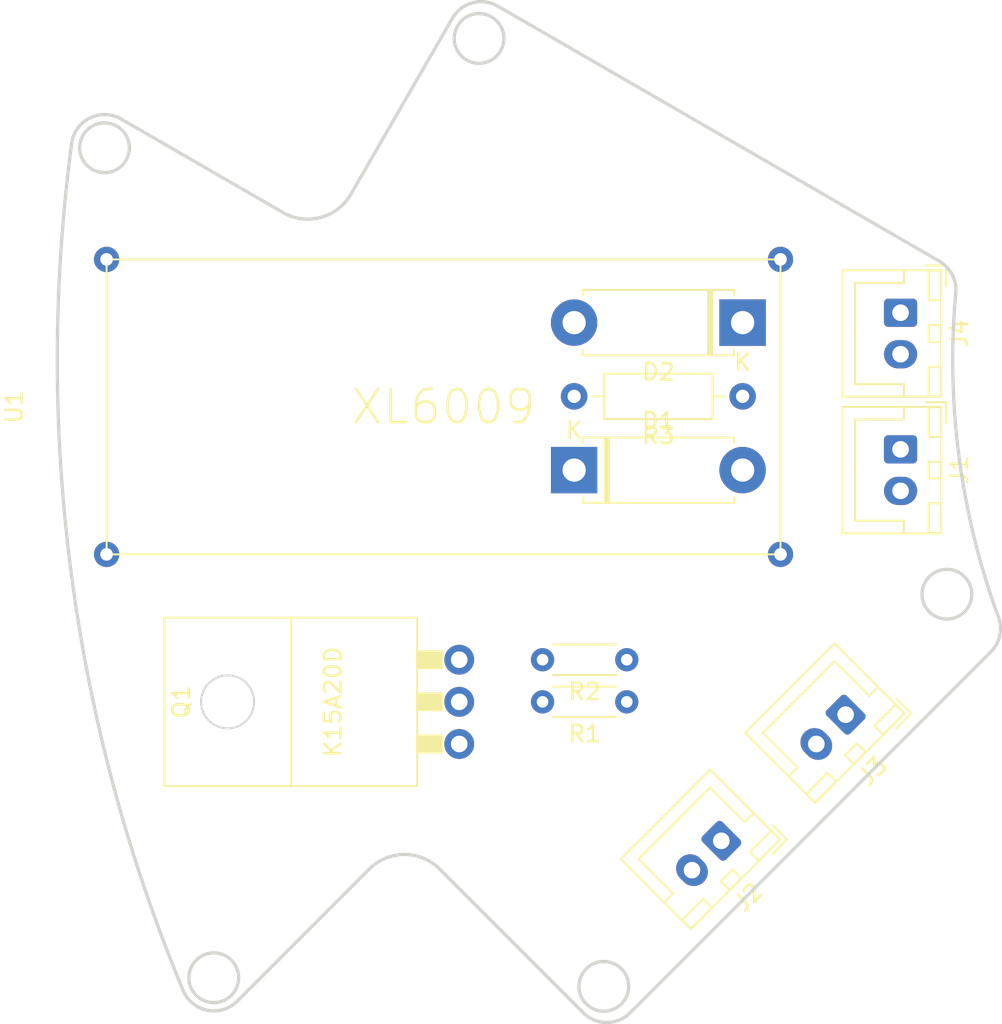
<source format=kicad_pcb>
(kicad_pcb (version 20221018) (generator pcbnew)
  (layers (0 "F.Cu" signal) (31 "B.Cu" signal) (34 "B.Paste" user) (35 "F.Paste" user) (36 "B.SilkS" user "B.Silkscreen") (37 "F.SilkS" user "F.Silkscreen") (38 "B.Mask" user) (39 "F.Mask" user) (44 "Edge.Cuts" user))
  (net 0 "")
  (net 1 "Net-(D1-K)")
  (net 2 "+12V")
  (net 3 "Net-(D2-K)")
  (net 4 "Net-(D2-A)")
  (net 5 "GND")
  (net 6 "/FET1")
  (net 7 "/FET2")
  (net 8 "Net-(J3-Pin_1)")
  (net 9 "Net-(Q1-G)")
  (footprint "Resistor_THT:R_Axial_DIN0204_L3.6mm_D1.6mm_P5.08mm_Horizontal" (layer "F.Cu") (at 148.59 104.775 180)
    (fp_text reference "R1" (at 2.54 -1.92) (layer "F.SilkS"))
    (fp_text value "R")
    (fp_line (start 0.62 -0.92) (end 4.46 -0.92) (stroke (width 0.12)) (layer "F.SilkS"))
    (fp_line (start 0.62 0.92) (end 4.46 0.92) (stroke (width 0.12)) (layer "F.SilkS"))
    (pad "1" thru_hole circle (at 0 0 180) (size 1.4 1.4) (drill 0.7) (layers "*.Cu" "*.Mask") (net 6 "/FET1"))
    (pad "2" thru_hole oval (at 5.08 0 180) (size 1.4 1.4) (drill 0.7) (layers "*.Cu" "*.Mask") (net 9 "Net-(Q1-G)"))
  )
  (footprint "Diode_THT:D_5W_P10.16mm_Horizontal" (layer "F.Cu") (at 145.415 90.805)
    (fp_text reference "D1" (at 5.08 -2.97) (layer "F.SilkS"))
    (fp_text value "D")
    (fp_text user "K" (at 0 -2.4) (layer "F.SilkS"))
    (fp_line (start 0.51 -1.97) (end 9.65 -1.97) (stroke (width 0.12)) (layer "F.SilkS"))
    (fp_line (start 0.51 -1.64) (end 0.51 -1.97) (stroke (width 0.12)) (layer "F.SilkS"))
    (fp_line (start 0.51 1.64) (end 0.51 1.97) (stroke (width 0.12)) (layer "F.SilkS"))
    (fp_line (start 0.51 1.97) (end 9.65 1.97) (stroke (width 0.12)) (layer "F.SilkS"))
    (fp_line (start 1.845 -1.97) (end 1.845 1.97) (stroke (width 0.12)) (layer "F.SilkS"))
    (fp_line (start 1.965 -1.97) (end 1.965 1.97) (stroke (width 0.12)) (layer "F.SilkS"))
    (fp_line (start 2.085 -1.97) (end 2.085 1.97) (stroke (width 0.12)) (layer "F.SilkS"))
    (fp_line (start 9.65 -1.97) (end 9.65 -1.64) (stroke (width 0.12)) (layer "F.SilkS"))
    (fp_line (start 9.65 1.97) (end 9.65 1.64) (stroke (width 0.12)) (layer "F.SilkS"))
    (pad "1" thru_hole rect (at 0 0) (size 2.8 2.8) (drill 1.4) (layers "*.Cu" "*.Mask") (net 1 "Net-(D1-K)"))
    (pad "2" thru_hole oval (at 10.16 0) (size 2.8 2.8) (drill 1.4) (layers "*.Cu" "*.Mask") (net 2 "+12V"))
  )
  (footprint "Connector_JST:JST_XH_B2B-XH-A_1x02_P2.50mm_Vertical" (layer "F.Cu") (at 161.787767 105.547233 -135)
    (fp_text reference "J3" (at 1.25 -3.55 45) (layer "F.SilkS"))
    (fp_text value "Conn_01x02_Socket")
    (fp_line (start -2.85 -2.75) (end -2.85 -1.5) (stroke (width 0.12)) (layer "F.SilkS"))
    (fp_line (start -2.56 -2.46) (end -2.56 3.51) (stroke (width 0.12)) (layer "F.SilkS"))
    (fp_line (start -2.56 3.51) (end 5.06 3.51) (stroke (width 0.12)) (layer "F.SilkS"))
    (fp_line (start -2.55 -2.45) (end -2.55 -1.7) (stroke (width 0.12)) (layer "F.SilkS"))
    (fp_line (start -2.55 -1.7) (end -0.75 -1.7) (stroke (width 0.12)) (layer "F.SilkS"))
    (fp_line (start -2.55 -0.2) (end -1.8 -0.2) (stroke (width 0.12)) (layer "F.SilkS"))
    (fp_line (start -1.8 -0.2) (end -1.8 2.75) (stroke (width 0.12)) (layer "F.SilkS"))
    (fp_line (start -1.8 2.75) (end 1.25 2.75) (stroke (width 0.12)) (layer "F.SilkS"))
    (fp_line (start -1.6 -2.75) (end -2.85 -2.75) (stroke (width 0.12)) (layer "F.SilkS"))
    (fp_line (start -0.75 -2.45) (end -2.55 -2.45) (stroke (width 0.12)) (layer "F.SilkS"))
    (fp_line (start -0.75 -1.7) (end -0.75 -2.45) (stroke (width 0.12)) (layer "F.SilkS"))
    (fp_line (start 0.75 -2.45) (end 0.75 -1.7) (stroke (width 0.12)) (layer "F.SilkS"))
    (fp_line (start 0.75 -1.7) (end 1.75 -1.7) (stroke (width 0.12)) (layer "F.SilkS"))
    (fp_line (start 1.75 -2.45) (end 0.75 -2.45) (stroke (width 0.12)) (layer "F.SilkS"))
    (fp_line (start 1.75 -1.7) (end 1.75 -2.45) (stroke (width 0.12)) (layer "F.SilkS"))
    (fp_line (start 3.25 -2.45) (end 3.25 -1.7) (stroke (width 0.12)) (layer "F.SilkS"))
    (fp_line (start 3.25 -1.7) (end 5.05 -1.7) (stroke (width 0.12)) (layer "F.SilkS"))
    (fp_line (start 4.3 -0.2) (end 4.3 2.75) (stroke (width 0.12)) (layer "F.SilkS"))
    (fp_line (start 4.3 2.75) (end 1.25 2.75) (stroke (width 0.12)) (layer "F.SilkS"))
    (fp_line (start 5.05 -2.45) (end 3.25 -2.45) (stroke (width 0.12)) (layer "F.SilkS"))
    (fp_line (start 5.05 -1.7) (end 5.05 -2.45) (stroke (width 0.12)) (layer "F.SilkS"))
    (fp_line (start 5.05 -0.2) (end 4.3 -0.2) (stroke (width 0.12)) (layer "F.SilkS"))
    (fp_line (start 5.06 -2.46) (end -2.56 -2.46) (stroke (width 0.12)) (layer "F.SilkS"))
    (fp_line (start 5.06 3.51) (end 5.06 -2.46) (stroke (width 0.12)) (layer "F.SilkS"))
    (pad "1" thru_hole roundrect (at 0 0 225) (size 1.7 2) (drill 1) (layers "*.Cu" "*.Mask") (roundrect_rratio 0.147059) (net 8 "Net-(J3-Pin_1)"))
    (pad "2" thru_hole oval (at 2.5 0 225) (size 1.7 2) (drill 1) (layers "*.Cu" "*.Mask") (net 5 "GND"))
  )
  (footprint "Resistor_THT:R_Axial_DIN0207_L6.3mm_D2.5mm_P10.16mm_Horizontal" (layer "F.Cu") (at 155.575 86.36 180)
    (fp_text reference "R3" (at 5.08 -2.37) (layer "F.SilkS"))
    (fp_text value "R")
    (fp_line (start 1.04 0) (end 1.81 0) (stroke (width 0.12)) (layer "F.SilkS"))
    (fp_line (start 1.81 -1.37) (end 1.81 1.37) (stroke (width 0.12)) (layer "F.SilkS"))
    (fp_line (start 1.81 1.37) (end 8.35 1.37) (stroke (width 0.12)) (layer "F.SilkS"))
    (fp_line (start 8.35 -1.37) (end 1.81 -1.37) (stroke (width 0.12)) (layer "F.SilkS"))
    (fp_line (start 8.35 1.37) (end 8.35 -1.37) (stroke (width 0.12)) (layer "F.SilkS"))
    (fp_line (start 9.12 0) (end 8.35 0) (stroke (width 0.12)) (layer "F.SilkS"))
    (pad "1" thru_hole circle (at 0 0 180) (size 1.6 1.6) (drill 0.8) (layers "*.Cu" "*.Mask") (net 3 "Net-(D2-K)"))
    (pad "2" thru_hole oval (at 10.16 0 180) (size 1.6 1.6) (drill 0.8) (layers "*.Cu" "*.Mask") (net 4 "Net-(D2-A)"))
  )
  (footprint "Diode_THT:D_5W_P10.16mm_Horizontal" (layer "F.Cu") (at 155.575 81.915 180)
    (fp_text reference "D2" (at 5.08 -2.97) (layer "F.SilkS"))
    (fp_text value "D")
    (fp_text user "K" (at 0 -2.4) (layer "F.SilkS"))
    (fp_line (start 0.51 -1.97) (end 9.65 -1.97) (stroke (width 0.12)) (layer "F.SilkS"))
    (fp_line (start 0.51 -1.64) (end 0.51 -1.97) (stroke (width 0.12)) (layer "F.SilkS"))
    (fp_line (start 0.51 1.64) (end 0.51 1.97) (stroke (width 0.12)) (layer "F.SilkS"))
    (fp_line (start 0.51 1.97) (end 9.65 1.97) (stroke (width 0.12)) (layer "F.SilkS"))
    (fp_line (start 1.845 -1.97) (end 1.845 1.97) (stroke (width 0.12)) (layer "F.SilkS"))
    (fp_line (start 1.965 -1.97) (end 1.965 1.97) (stroke (width 0.12)) (layer "F.SilkS"))
    (fp_line (start 2.085 -1.97) (end 2.085 1.97) (stroke (width 0.12)) (layer "F.SilkS"))
    (fp_line (start 9.65 -1.97) (end 9.65 -1.64) (stroke (width 0.12)) (layer "F.SilkS"))
    (fp_line (start 9.65 1.97) (end 9.65 1.64) (stroke (width 0.12)) (layer "F.SilkS"))
    (pad "1" thru_hole rect (at 0 0 180) (size 2.8 2.8) (drill 1.4) (layers "*.Cu" "*.Mask") (net 3 "Net-(D2-K)"))
    (pad "2" thru_hole oval (at 10.16 0 180) (size 2.8 2.8) (drill 1.4) (layers "*.Cu" "*.Mask") (net 4 "Net-(D2-A)"))
  )
  (footprint "Connector_JST:JST_XH_B2B-XH-A_1x02_P2.50mm_Vertical" (layer "F.Cu") (at 154.290115 113.152348 -135)
    (fp_text reference "J2" (at 1.25 -3.55 45) (layer "F.SilkS"))
    (fp_text value "Conn_01x02_Socket")
    (fp_line (start -2.85 -2.75) (end -2.85 -1.5) (stroke (width 0.12)) (layer "F.SilkS"))
    (fp_line (start -2.56 -2.46) (end -2.56 3.51) (stroke (width 0.12)) (layer "F.SilkS"))
    (fp_line (start -2.56 3.51) (end 5.06 3.51) (stroke (width 0.12)) (layer "F.SilkS"))
    (fp_line (start -2.55 -2.45) (end -2.55 -1.7) (stroke (width 0.12)) (layer "F.SilkS"))
    (fp_line (start -2.55 -1.7) (end -0.75 -1.7) (stroke (width 0.12)) (layer "F.SilkS"))
    (fp_line (start -2.55 -0.2) (end -1.8 -0.2) (stroke (width 0.12)) (layer "F.SilkS"))
    (fp_line (start -1.8 -0.2) (end -1.8 2.75) (stroke (width 0.12)) (layer "F.SilkS"))
    (fp_line (start -1.8 2.75) (end 1.25 2.75) (stroke (width 0.12)) (layer "F.SilkS"))
    (fp_line (start -1.6 -2.75) (end -2.85 -2.75) (stroke (width 0.12)) (layer "F.SilkS"))
    (fp_line (start -0.75 -2.45) (end -2.55 -2.45) (stroke (width 0.12)) (layer "F.SilkS"))
    (fp_line (start -0.75 -1.7) (end -0.75 -2.45) (stroke (width 0.12)) (layer "F.SilkS"))
    (fp_line (start 0.75 -2.45) (end 0.75 -1.7) (stroke (width 0.12)) (layer "F.SilkS"))
    (fp_line (start 0.75 -1.7) (end 1.75 -1.7) (stroke (width 0.12)) (layer "F.SilkS"))
    (fp_line (start 1.75 -2.45) (end 0.75 -2.45) (stroke (width 0.12)) (layer "F.SilkS"))
    (fp_line (start 1.75 -1.7) (end 1.75 -2.45) (stroke (width 0.12)) (layer "F.SilkS"))
    (fp_line (start 3.25 -2.45) (end 3.25 -1.7) (stroke (width 0.12)) (layer "F.SilkS"))
    (fp_line (start 3.25 -1.7) (end 5.05 -1.7) (stroke (width 0.12)) (layer "F.SilkS"))
    (fp_line (start 4.3 -0.2) (end 4.3 2.75) (stroke (width 0.12)) (layer "F.SilkS"))
    (fp_line (start 4.3 2.75) (end 1.25 2.75) (stroke (width 0.12)) (layer "F.SilkS"))
    (fp_line (start 5.05 -2.45) (end 3.25 -2.45) (stroke (width 0.12)) (layer "F.SilkS"))
    (fp_line (start 5.05 -1.7) (end 5.05 -2.45) (stroke (width 0.12)) (layer "F.SilkS"))
    (fp_line (start 5.05 -0.2) (end 4.3 -0.2) (stroke (width 0.12)) (layer "F.SilkS"))
    (fp_line (start 5.06 -2.46) (end -2.56 -2.46) (stroke (width 0.12)) (layer "F.SilkS"))
    (fp_line (start 5.06 3.51) (end 5.06 -2.46) (stroke (width 0.12)) (layer "F.SilkS"))
    (pad "1" thru_hole roundrect (at 0 0 225) (size 1.7 2) (drill 1) (layers "*.Cu" "*.Mask") (roundrect_rratio 0.147059) (net 6 "/FET1"))
    (pad "2" thru_hole oval (at 2.5 0 225) (size 1.7 2) (drill 1) (layers "*.Cu" "*.Mask") (net 7 "/FET2"))
  )
  (footprint "Resistor_THT:R_Axial_DIN0204_L3.6mm_D1.6mm_P5.08mm_Horizontal" (layer "F.Cu") (at 148.59 102.235 180)
    (fp_text reference "R2" (at 2.54 -1.92) (layer "F.SilkS"))
    (fp_text value "R")
    (fp_line (start 0.62 -0.92) (end 4.46 -0.92) (stroke (width 0.12)) (layer "F.SilkS"))
    (fp_line (start 0.62 0.92) (end 4.46 0.92) (stroke (width 0.12)) (layer "F.SilkS"))
    (pad "1" thru_hole circle (at 0 0 180) (size 1.4 1.4) (drill 0.7) (layers "*.Cu" "*.Mask") (net 5 "GND"))
    (pad "2" thru_hole oval (at 5.08 0 180) (size 1.4 1.4) (drill 0.7) (layers "*.Cu" "*.Mask") (net 9 "Net-(Q1-G)"))
  )
  (footprint "Connector_JST:JST_XH_B2B-XH-A_1x02_P2.50mm_Vertical" (layer "F.Cu") (at 165.1 89.555 -90)
    (fp_text reference "J1" (at 1.25 -3.55 90) (layer "F.SilkS"))
    (fp_text value "Conn_01x02_Socket")
    (fp_line (start -2.85 -2.75) (end -2.85 -1.5) (stroke (width 0.12)) (layer "F.SilkS"))
    (fp_line (start -2.56 -2.46) (end -2.56 3.51) (stroke (width 0.12)) (layer "F.SilkS"))
    (fp_line (start -2.56 3.51) (end 5.06 3.51) (stroke (width 0.12)) (layer "F.SilkS"))
    (fp_line (start -2.55 -2.45) (end -2.55 -1.7) (stroke (width 0.12)) (layer "F.SilkS"))
    (fp_line (start -2.55 -1.7) (end -0.75 -1.7) (stroke (width 0.12)) (layer "F.SilkS"))
    (fp_line (start -2.55 -0.2) (end -1.8 -0.2) (stroke (width 0.12)) (layer "F.SilkS"))
    (fp_line (start -1.8 -0.2) (end -1.8 2.75) (stroke (width 0.12)) (layer "F.SilkS"))
    (fp_line (start -1.8 2.75) (end 1.25 2.75) (stroke (width 0.12)) (layer "F.SilkS"))
    (fp_line (start -1.6 -2.75) (end -2.85 -2.75) (stroke (width 0.12)) (layer "F.SilkS"))
    (fp_line (start -0.75 -2.45) (end -2.55 -2.45) (stroke (width 0.12)) (layer "F.SilkS"))
    (fp_line (start -0.75 -1.7) (end -0.75 -2.45) (stroke (width 0.12)) (layer "F.SilkS"))
    (fp_line (start 0.75 -2.45) (end 0.75 -1.7) (stroke (width 0.12)) (layer "F.SilkS"))
    (fp_line (start 0.75 -1.7) (end 1.75 -1.7) (stroke (width 0.12)) (layer "F.SilkS"))
    (fp_line (start 1.75 -2.45) (end 0.75 -2.45) (stroke (width 0.12)) (layer "F.SilkS"))
    (fp_line (start 1.75 -1.7) (end 1.75 -2.45) (stroke (width 0.12)) (layer "F.SilkS"))
    (fp_line (start 3.25 -2.45) (end 3.25 -1.7) (stroke (width 0.12)) (layer "F.SilkS"))
    (fp_line (start 3.25 -1.7) (end 5.05 -1.7) (stroke (width 0.12)) (layer "F.SilkS"))
    (fp_line (start 4.3 -0.2) (end 4.3 2.75) (stroke (width 0.12)) (layer "F.SilkS"))
    (fp_line (start 4.3 2.75) (end 1.25 2.75) (stroke (width 0.12)) (layer "F.SilkS"))
    (fp_line (start 5.05 -2.45) (end 3.25 -2.45) (stroke (width 0.12)) (layer "F.SilkS"))
    (fp_line (start 5.05 -1.7) (end 5.05 -2.45) (stroke (width 0.12)) (layer "F.SilkS"))
    (fp_line (start 5.05 -0.2) (end 4.3 -0.2) (stroke (width 0.12)) (layer "F.SilkS"))
    (fp_line (start 5.06 -2.46) (end -2.56 -2.46) (stroke (width 0.12)) (layer "F.SilkS"))
    (fp_line (start 5.06 3.51) (end 5.06 -2.46) (stroke (width 0.12)) (layer "F.SilkS"))
    (pad "1" thru_hole roundrect (at 0 0 270) (size 1.7 2) (drill 1) (layers "*.Cu" "*.Mask") (roundrect_rratio 0.147059) (net 2 "+12V"))
    (pad "2" thru_hole oval (at 2.5 0 270) (size 1.7 2) (drill 1) (layers "*.Cu" "*.Mask") (net 5 "GND"))
  )
  (footprint "K15A20D:K15A20D" (layer "F.Cu") (at 116.134 104.775 90)
    (fp_text reference "Q1" (at 0 5.588 90 unlocked) (layer "F.SilkS"))
    (fp_text value "NMOS")
    (fp_text user "K15A20D" (at 0 14.732 90 unlocked) (layer "F.SilkS"))
    (fp_line (start -5.08 4.572) (end 5.08 4.572) (stroke (width 0.12)) (layer "F.SilkS"))
    (fp_line (start -5.08 12.192) (end 5.08 12.192) (stroke (width 0.12)) (layer "F.SilkS"))
    (fp_line (start -5.08 19.812) (end -5.08 4.572) (stroke (width 0.12)) (layer "F.SilkS"))
    (fp_line (start 5.08 4.572) (end 5.08 19.812) (stroke (width 0.12)) (layer "F.SilkS"))
    (fp_line (start 5.08 19.812) (end -5.08 19.812) (stroke (width 0.12)) (layer "F.SilkS"))
    (fp_poly (pts (xy -3.048 19.812) (xy -2.032 19.812) (xy -2.032 21.336) (xy -3.048 21.336)) (stroke (width 0.12)) (fill solid) (layer "F.SilkS"))
    (fp_poly (pts (xy -0.508 19.812) (xy 0.508 19.812) (xy 0.508 21.336) (xy -0.508 21.336)) (stroke (width 0.12)) (fill solid) (layer "F.SilkS"))
    (fp_poly (pts (xy 2.032 19.812) (xy 3.048 19.812) (xy 3.048 21.336) (xy 2.032 21.336)) (stroke (width 0.12)) (fill solid) (layer "F.SilkS"))
    (fp_circle (center 0 8.382) (end -1.6 8.382) (stroke (width 0.12)) (fill none) (layer "Edge.Cuts"))
    (pad "1" thru_hole circle (at -2.54 22.352 270) (size 1.8 1.8) (drill 1) (layers "*.Cu" "*.Mask") (net 4 "Net-(D2-A)"))
    (pad "2" thru_hole circle (at 0 22.352 270) (size 1.8 1.8) (drill 1) (layers "*.Cu" "*.Mask") (net 9 "Net-(Q1-G)"))
    (pad "3" thru_hole circle (at 2.54 22.352 270) (size 1.8 1.8) (drill 1) (layers "*.Cu" "*.Mask") (net 5 "GND"))
  )
  (footprint "Connector_JST:JST_XH_B2B-XH-A_1x02_P2.50mm_Vertical" (layer "F.Cu") (at 165.1 81.32 -90)
    (fp_text reference "J4" (at 1.25 -3.55 90) (layer "F.SilkS"))
    (fp_text value "Conn_01x02_Socket")
    (fp_line (start -2.85 -2.75) (end -2.85 -1.5) (stroke (width 0.12)) (layer "F.SilkS"))
    (fp_line (start -2.56 -2.46) (end -2.56 3.51) (stroke (width 0.12)) (layer "F.SilkS"))
    (fp_line (start -2.56 3.51) (end 5.06 3.51) (stroke (width 0.12)) (layer "F.SilkS"))
    (fp_line (start -2.55 -2.45) (end -2.55 -1.7) (stroke (width 0.12)) (layer "F.SilkS"))
    (fp_line (start -2.55 -1.7) (end -0.75 -1.7) (stroke (width 0.12)) (layer "F.SilkS"))
    (fp_line (start -2.55 -0.2) (end -1.8 -0.2) (stroke (width 0.12)) (layer "F.SilkS"))
    (fp_line (start -1.8 -0.2) (end -1.8 2.75) (stroke (width 0.12)) (layer "F.SilkS"))
    (fp_line (start -1.8 2.75) (end 1.25 2.75) (stroke (width 0.12)) (layer "F.SilkS"))
    (fp_line (start -1.6 -2.75) (end -2.85 -2.75) (stroke (width 0.12)) (layer "F.SilkS"))
    (fp_line (start -0.75 -2.45) (end -2.55 -2.45) (stroke (width 0.12)) (layer "F.SilkS"))
    (fp_line (start -0.75 -1.7) (end -0.75 -2.45) (stroke (width 0.12)) (layer "F.SilkS"))
    (fp_line (start 0.75 -2.45) (end 0.75 -1.7) (stroke (width 0.12)) (layer "F.SilkS"))
    (fp_line (start 0.75 -1.7) (end 1.75 -1.7) (stroke (width 0.12)) (layer "F.SilkS"))
    (fp_line (start 1.75 -2.45) (end 0.75 -2.45) (stroke (width 0.12)) (layer "F.SilkS"))
    (fp_line (start 1.75 -1.7) (end 1.75 -2.45) (stroke (width 0.12)) (layer "F.SilkS"))
    (fp_line (start 3.25 -2.45) (end 3.25 -1.7) (stroke (width 0.12)) (layer "F.SilkS"))
    (fp_line (start 3.25 -1.7) (end 5.05 -1.7) (stroke (width 0.12)) (layer "F.SilkS"))
    (fp_line (start 4.3 -0.2) (end 4.3 2.75) (stroke (width 0.12)) (layer "F.SilkS"))
    (fp_line (start 4.3 2.75) (end 1.25 2.75) (stroke (width 0.12)) (layer "F.SilkS"))
    (fp_line (start 5.05 -2.45) (end 3.25 -2.45) (stroke (width 0.12)) (layer "F.SilkS"))
    (fp_line (start 5.05 -1.7) (end 5.05 -2.45) (stroke (width 0.12)) (layer "F.SilkS"))
    (fp_line (start 5.05 -0.2) (end 4.3 -0.2) (stroke (width 0.12)) (layer "F.SilkS"))
    (fp_line (start 5.06 -2.46) (end -2.56 -2.46) (stroke (width 0.12)) (layer "F.SilkS"))
    (fp_line (start 5.06 3.51) (end 5.06 -2.46) (stroke (width 0.12)) (layer "F.SilkS"))
    (pad "1" thru_hole roundrect (at 0 0 270) (size 1.7 2) (drill 1) (layers "*.Cu" "*.Mask") (roundrect_rratio 0.147059) (net 8 "Net-(J3-Pin_1)"))
    (pad "2" thru_hole oval (at 2.5 0 270) (size 1.7 2) (drill 1) (layers "*.Cu" "*.Mask") (net 3 "Net-(D2-K)"))
  )
  (footprint "XL6009:XL6009" (layer "F.Cu") (at 112.139 86.995 90)
    (fp_text reference "U1" (at 0 -0.5 90 unlocked) (layer "F.SilkS"))
    (fp_text value "XL6009")
    (fp_text user "XL6009" (at 0 25.4 unlocked) (layer "F.SilkS") (effects (font (size 2 2))))
    (fp_rect (start -8.89 5.08) (end 8.89 45.72) (stroke (width 0.12)) (fill none) (layer "F.SilkS"))
    (pad "1" thru_hole circle (at 8.89 5.08 90) (size 1.524 1.524) (drill 0.762) (layers "*.Cu" "*.Mask") (net 1 "Net-(D1-K)"))
    (pad "2" thru_hole circle (at -8.89 5.08 90) (size 1.524 1.524) (drill 0.762) (layers "*.Cu" "*.Mask") (net 5 "GND"))
    (pad "3" thru_hole circle (at 8.89 45.72 90) (size 1.524 1.524) (drill 0.762) (layers "*.Cu" "*.Mask") (net 8 "Net-(J3-Pin_1)"))
    (pad "4" thru_hole circle (at -8.89 45.72 90) (size 1.524 1.524) (drill 0.762) (layers "*.Cu" "*.Mask") (net 5 "GND"))
  )
  (gr_circle (center 147.203327 121.923602) (end 145.703327 121.923602) (stroke (width 0.2)) (fill none) (layer "Edge.Cuts"))
  (gr_circle (center 139.680835 64.784608) (end 138.180835 64.784608) (stroke (width 0.2)) (fill none) (layer "Edge.Cuts"))
  (gr_circle (center 123.680679 121.404619) (end 122.180679 121.404619) (stroke (width 0.2)) (fill none) (layer "Edge.Cuts"))
  (gr_arc (start 125.094893 122.818833) (mid 123.291827 123.366429) (end 121.833949 122.172465) (stroke (width 0.2)) (layer "Edge.Cuts"))
  (gr_line (start 127.850708 75.274989) (end 118.094025 69.641966) (stroke (width 0.2)) (layer "Edge.Cuts"))
  (gr_line (start 167.436979 78.211549) (end 140.805835 62.836051) (stroke (width 0.2)) (layer "Edge.Cuts"))
  (gr_circle (center 167.895057 98.286502) (end 166.395057 98.286502) (stroke (width 0.2)) (fill none) (layer "Edge.Cuts"))
  (gr_arc (start 131.948785 74.176913) (mid 130.127164 75.57469) (end 127.850708 75.274989) (stroke (width 0.2)) (layer "Edge.Cuts"))
  (gr_arc (start 171.001905 99.667118) (mid 171.077482 100.78642) (end 170.538555 101.770355) (stroke (width 0.2)) (layer "Edge.Cuts"))
  (gr_arc (start 138.073785 63.568102) (mid 139.288193 62.636273) (end 140.805835 62.836051) (stroke (width 0.2)) (layer "Edge.Cuts"))
  (gr_line (start 148.794317 123.514592) (end 170.538555 101.770355) (stroke (width 0.2)) (layer "Edge.Cuts"))
  (gr_line (start 125.094893 122.818833) (end 133.061191 114.852534) (stroke (width 0.2)) (layer "Edge.Cuts"))
  (gr_arc (start 148.794317 123.514592) (mid 147.380103 124.100379) (end 145.96589 123.514592) (stroke (width 0.2)) (layer "Edge.Cuts"))
  (gr_arc (start 171.001905 99.667118) (mid 168.632081 90.037778) (end 168.428899 80.123195) (stroke (width 0.2)) (layer "Edge.Cuts"))
  (gr_arc (start 133.061191 114.852534) (mid 135.182511 113.973855) (end 137.303832 114.852534) (stroke (width 0.2)) (layer "Edge.Cuts"))
  (gr_line (start 137.303832 114.852534) (end 145.96589 123.514592) (stroke (width 0.2)) (layer "Edge.Cuts"))
  (gr_arc (start 115.111488 71.110303) (mid 116.210646 69.579682) (end 118.094025 69.641966) (stroke (width 0.2)) (layer "Edge.Cuts"))
  (gr_line (start 138.073785 63.568102) (end 131.948785 74.176913) (stroke (width 0.2)) (layer "Edge.Cuts"))
  (gr_arc (start 167.436979 78.211549) (mid 168.212232 79.022454) (end 168.428899 80.123195) (stroke (width 0.2)) (layer "Edge.Cuts"))
  (gr_circle (center 117.094025 71.374016) (end 115.594025 71.374016) (stroke (width 0.2)) (fill none) (layer "Edge.Cuts"))
  (gr_arc (start 121.833949 122.172465) (mid 115.094059 97.086193) (end 115.111488 71.110303) (stroke (width 0.2)) (layer "Edge.Cuts"))
)
</source>
